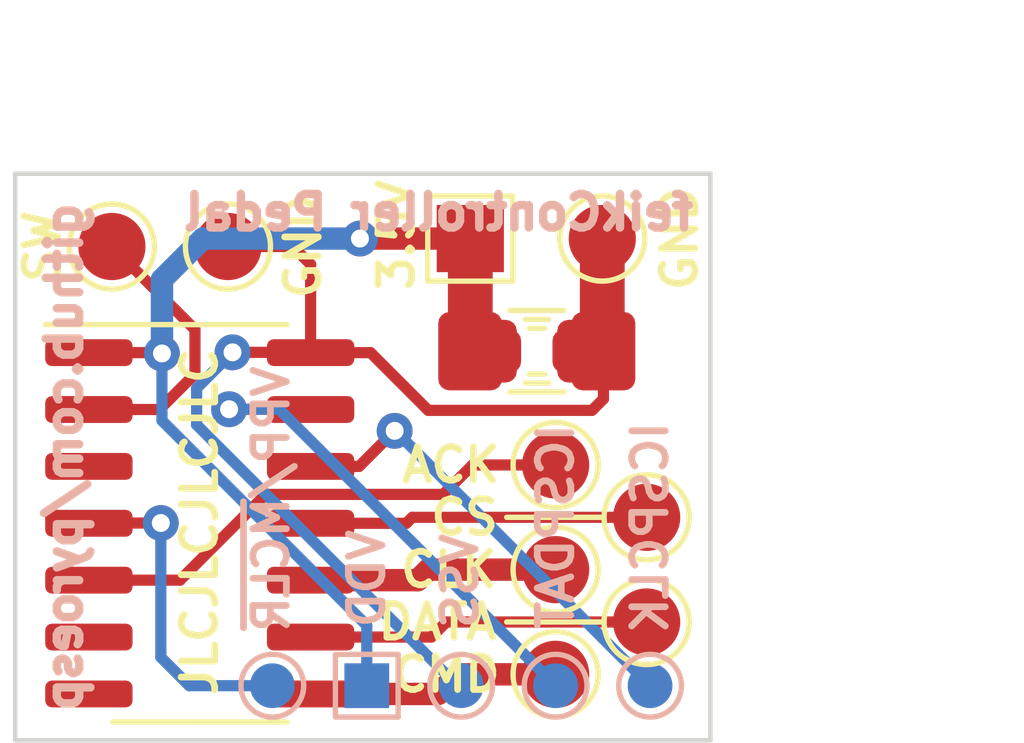
<source format=kicad_pcb>
(kicad_pcb (version 20171130) (host pcbnew "(5.1.8)-1")

  (general
    (thickness 1.6)
    (drawings 11)
    (tracks 67)
    (zones 0)
    (modules 18)
    (nets 15)
  )

  (page A4)
  (layers
    (0 F.Cu signal)
    (31 B.Cu signal)
    (32 B.Adhes user hide)
    (33 F.Adhes user hide)
    (34 B.Paste user hide)
    (35 F.Paste user hide)
    (36 B.SilkS user)
    (37 F.SilkS user)
    (38 B.Mask user hide)
    (39 F.Mask user hide)
    (40 Dwgs.User user hide)
    (41 Cmts.User user)
    (42 Eco1.User user hide)
    (43 Eco2.User user)
    (44 Edge.Cuts user)
    (45 Margin user hide)
    (46 B.CrtYd user hide)
    (47 F.CrtYd user hide)
    (48 B.Fab user hide)
    (49 F.Fab user hide)
  )

  (setup
    (last_trace_width 0.25)
    (user_trace_width 0.5)
    (user_trace_width 0.75)
    (user_trace_width 1)
    (trace_clearance 0.2)
    (zone_clearance 0.508)
    (zone_45_only no)
    (trace_min 0.2)
    (via_size 0.8)
    (via_drill 0.4)
    (via_min_size 0.4)
    (via_min_drill 0.3)
    (uvia_size 0.3)
    (uvia_drill 0.1)
    (uvias_allowed no)
    (uvia_min_size 0.2)
    (uvia_min_drill 0.1)
    (edge_width 0.05)
    (segment_width 0.2)
    (pcb_text_width 0.3)
    (pcb_text_size 1.5 1.5)
    (mod_edge_width 0.12)
    (mod_text_size 1 1)
    (mod_text_width 0.15)
    (pad_size 1.524 1.524)
    (pad_drill 0.762)
    (pad_to_mask_clearance 0)
    (aux_axis_origin 0 0)
    (visible_elements 7FFFFFFF)
    (pcbplotparams
      (layerselection 0x010f0_ffffffff)
      (usegerberextensions false)
      (usegerberattributes true)
      (usegerberadvancedattributes true)
      (creategerberjobfile true)
      (excludeedgelayer true)
      (linewidth 0.100000)
      (plotframeref false)
      (viasonmask false)
      (mode 1)
      (useauxorigin false)
      (hpglpennumber 1)
      (hpglpenspeed 20)
      (hpglpendiameter 15.000000)
      (psnegative false)
      (psa4output false)
      (plotreference true)
      (plotvalue true)
      (plotinvisibletext false)
      (padsonsilk false)
      (subtractmaskfromsilk false)
      (outputformat 1)
      (mirror false)
      (drillshape 0)
      (scaleselection 1)
      (outputdirectory "gerber/"))
  )

  (net 0 "")
  (net 1 GND)
  (net 2 +3V3)
  (net 3 /VPP\~MCLR)
  (net 4 /ICSPDAT)
  (net 5 /ICSPCLK)
  (net 6 /CLK)
  (net 7 /DATA)
  (net 8 /CMD)
  (net 9 /~SS)
  (net 10 /ACK)
  (net 11 /SW)
  (net 12 "Net-(U1-Pad7)")
  (net 13 "Net-(U1-Pad6)")
  (net 14 "Net-(U1-Pad3)")

  (net_class Default "This is the default net class."
    (clearance 0.2)
    (trace_width 0.25)
    (via_dia 0.8)
    (via_drill 0.4)
    (uvia_dia 0.3)
    (uvia_drill 0.1)
    (add_net +3V3)
    (add_net /ACK)
    (add_net /CLK)
    (add_net /CMD)
    (add_net /DATA)
    (add_net /ICSPCLK)
    (add_net /ICSPDAT)
    (add_net /SW)
    (add_net /VPP\~MCLR)
    (add_net /~SS)
    (add_net GND)
    (add_net "Net-(U1-Pad3)")
    (add_net "Net-(U1-Pad6)")
    (add_net "Net-(U1-Pad7)")
  )

  (module Capacitor_SMD:C_0603_1608Metric_Pad1.05x0.95mm_HandSolder (layer F.Cu) (tedit 5B301BBE) (tstamp 5F0202A4)
    (at 178.9795 105.791)
    (descr "Capacitor SMD 0603 (1608 Metric), square (rectangular) end terminal, IPC_7351 nominal with elongated pad for handsoldering. (Body size source: http://www.tortai-tech.com/upload/download/2011102023233369053.pdf), generated with kicad-footprint-generator")
    (tags "capacitor handsolder")
    (path /5DABA497)
    (attr smd)
    (fp_text reference C3 (at 0 -1.43) (layer F.SilkS) hide
      (effects (font (size 1 1) (thickness 0.15)))
    )
    (fp_text value 0.1uF (at 0 1.43) (layer F.Fab)
      (effects (font (size 1 1) (thickness 0.15)))
    )
    (fp_line (start -0.8 0.4) (end -0.8 -0.4) (layer F.Fab) (width 0.1))
    (fp_line (start -0.8 -0.4) (end 0.8 -0.4) (layer F.Fab) (width 0.1))
    (fp_line (start 0.8 -0.4) (end 0.8 0.4) (layer F.Fab) (width 0.1))
    (fp_line (start 0.8 0.4) (end -0.8 0.4) (layer F.Fab) (width 0.1))
    (fp_line (start -0.171267 -0.51) (end 0.171267 -0.51) (layer F.SilkS) (width 0.12))
    (fp_line (start -0.171267 0.51) (end 0.171267 0.51) (layer F.SilkS) (width 0.12))
    (fp_line (start -1.65 0.73) (end -1.65 -0.73) (layer F.CrtYd) (width 0.05))
    (fp_line (start -1.65 -0.73) (end 1.65 -0.73) (layer F.CrtYd) (width 0.05))
    (fp_line (start 1.65 -0.73) (end 1.65 0.73) (layer F.CrtYd) (width 0.05))
    (fp_line (start 1.65 0.73) (end -1.65 0.73) (layer F.CrtYd) (width 0.05))
    (fp_text user %R (at 0 0) (layer F.Fab)
      (effects (font (size 0.4 0.4) (thickness 0.06)))
    )
    (pad 2 smd roundrect (at 0.875 0) (size 1.05 0.95) (layers F.Cu F.Paste F.Mask) (roundrect_rratio 0.25)
      (net 1 GND))
    (pad 1 smd roundrect (at -0.875 0) (size 1.05 0.95) (layers F.Cu F.Paste F.Mask) (roundrect_rratio 0.25)
      (net 2 +3V3))
    (model ${KISYS3DMOD}/Capacitor_SMD.3dshapes/C_0603_1608Metric.wrl
      (at (xyz 0 0 0))
      (scale (xyz 1 1 1))
      (rotate (xyz 0 0 0))
    )
  )

  (module Capacitor_SMD:C_1206_3216Metric_Pad1.42x1.75mm_HandSolder (layer F.Cu) (tedit 5B301BBE) (tstamp 5F01FF55)
    (at 178.9795 105.791)
    (descr "Capacitor SMD 1206 (3216 Metric), square (rectangular) end terminal, IPC_7351 nominal with elongated pad for handsoldering. (Body size source: http://www.tortai-tech.com/upload/download/2011102023233369053.pdf), generated with kicad-footprint-generator")
    (tags "capacitor handsolder")
    (path /5DA2B48A)
    (attr smd)
    (fp_text reference C1 (at 0 -1.82) (layer F.SilkS) hide
      (effects (font (size 1 1) (thickness 0.15)))
    )
    (fp_text value 0.1uF (at 0 1.82) (layer F.Fab)
      (effects (font (size 1 1) (thickness 0.15)))
    )
    (fp_line (start -1.6 0.8) (end -1.6 -0.8) (layer F.Fab) (width 0.1))
    (fp_line (start -1.6 -0.8) (end 1.6 -0.8) (layer F.Fab) (width 0.1))
    (fp_line (start 1.6 -0.8) (end 1.6 0.8) (layer F.Fab) (width 0.1))
    (fp_line (start 1.6 0.8) (end -1.6 0.8) (layer F.Fab) (width 0.1))
    (fp_line (start -0.602064 -0.91) (end 0.602064 -0.91) (layer F.SilkS) (width 0.12))
    (fp_line (start -0.602064 0.91) (end 0.602064 0.91) (layer F.SilkS) (width 0.12))
    (fp_line (start -2.45 1.12) (end -2.45 -1.12) (layer F.CrtYd) (width 0.05))
    (fp_line (start -2.45 -1.12) (end 2.45 -1.12) (layer F.CrtYd) (width 0.05))
    (fp_line (start 2.45 -1.12) (end 2.45 1.12) (layer F.CrtYd) (width 0.05))
    (fp_line (start 2.45 1.12) (end -2.45 1.12) (layer F.CrtYd) (width 0.05))
    (fp_text user %R (at 0 0) (layer F.Fab)
      (effects (font (size 0.8 0.8) (thickness 0.12)))
    )
    (pad 2 smd roundrect (at 1.4875 0) (size 1.425 1.75) (layers F.Cu F.Paste F.Mask) (roundrect_rratio 0.1754385964912281)
      (net 1 GND))
    (pad 1 smd roundrect (at -1.4875 0) (size 1.425 1.75) (layers F.Cu F.Paste F.Mask) (roundrect_rratio 0.1754385964912281)
      (net 2 +3V3))
    (model ${KISYS3DMOD}/Capacitor_SMD.3dshapes/C_1206_3216Metric.wrl
      (at (xyz 0 0 0))
      (scale (xyz 1 1 1))
      (rotate (xyz 0 0 0))
    )
  )

  (module Capacitor_SMD:C_0805_2012Metric_Pad1.15x1.40mm_HandSolder (layer F.Cu) (tedit 5B36C52B) (tstamp 5F020113)
    (at 178.9848 105.791)
    (descr "Capacitor SMD 0805 (2012 Metric), square (rectangular) end terminal, IPC_7351 nominal with elongated pad for handsoldering. (Body size source: https://docs.google.com/spreadsheets/d/1BsfQQcO9C6DZCsRaXUlFlo91Tg2WpOkGARC1WS5S8t0/edit?usp=sharing), generated with kicad-footprint-generator")
    (tags "capacitor handsolder")
    (path /5DA61B3C)
    (attr smd)
    (fp_text reference C2 (at 0 -1.65) (layer F.SilkS) hide
      (effects (font (size 1 1) (thickness 0.15)))
    )
    (fp_text value 0.1uF (at 0 1.65) (layer F.Fab)
      (effects (font (size 1 1) (thickness 0.15)))
    )
    (fp_line (start -1 0.6) (end -1 -0.6) (layer F.Fab) (width 0.1))
    (fp_line (start -1 -0.6) (end 1 -0.6) (layer F.Fab) (width 0.1))
    (fp_line (start 1 -0.6) (end 1 0.6) (layer F.Fab) (width 0.1))
    (fp_line (start 1 0.6) (end -1 0.6) (layer F.Fab) (width 0.1))
    (fp_line (start -0.261252 -0.71) (end 0.261252 -0.71) (layer F.SilkS) (width 0.12))
    (fp_line (start -0.261252 0.71) (end 0.261252 0.71) (layer F.SilkS) (width 0.12))
    (fp_line (start -1.85 0.95) (end -1.85 -0.95) (layer F.CrtYd) (width 0.05))
    (fp_line (start -1.85 -0.95) (end 1.85 -0.95) (layer F.CrtYd) (width 0.05))
    (fp_line (start 1.85 -0.95) (end 1.85 0.95) (layer F.CrtYd) (width 0.05))
    (fp_line (start 1.85 0.95) (end -1.85 0.95) (layer F.CrtYd) (width 0.05))
    (fp_text user %R (at 0 0) (layer F.Fab)
      (effects (font (size 0.5 0.5) (thickness 0.08)))
    )
    (pad 2 smd roundrect (at 1.025 0) (size 1.15 1.4) (layers F.Cu F.Paste F.Mask) (roundrect_rratio 0.2173904347826087)
      (net 1 GND))
    (pad 1 smd roundrect (at -1.025 0) (size 1.15 1.4) (layers F.Cu F.Paste F.Mask) (roundrect_rratio 0.2173904347826087)
      (net 2 +3V3))
    (model ${KISYS3DMOD}/Capacitor_SMD.3dshapes/C_0805_2012Metric.wrl
      (at (xyz 0 0 0))
      (scale (xyz 1 1 1))
      (rotate (xyz 0 0 0))
    )
  )

  (module Package_SO:SOIC-14_3.9x8.7mm_P1.27mm (layer F.Cu) (tedit 5D9F72B1) (tstamp 5F020013)
    (at 171.4554 109.6328)
    (descr "SOIC, 14 Pin (JEDEC MS-012AB, https://www.analog.com/media/en/package-pcb-resources/package/pkg_pdf/soic_narrow-r/r_14.pdf), generated with kicad-footprint-generator ipc_gullwing_generator.py")
    (tags "SOIC SO")
    (path /5F01EC79)
    (attr smd)
    (fp_text reference U1 (at -0.0562 -1.4288) (layer F.SilkS) hide
      (effects (font (size 1 1) (thickness 0.15)))
    )
    (fp_text value PIC16F18325-ISL (at 0 5.28) (layer F.Fab)
      (effects (font (size 1 1) (thickness 0.15)))
    )
    (fp_line (start 0 4.435) (end 1.95 4.435) (layer F.SilkS) (width 0.12))
    (fp_line (start 0 4.435) (end -1.95 4.435) (layer F.SilkS) (width 0.12))
    (fp_line (start 0 -4.435) (end 1.95 -4.435) (layer F.SilkS) (width 0.12))
    (fp_line (start 0 -4.435) (end -3.45 -4.435) (layer F.SilkS) (width 0.12))
    (fp_line (start -0.975 -4.325) (end 1.95 -4.325) (layer F.Fab) (width 0.1))
    (fp_line (start 1.95 -4.325) (end 1.95 4.325) (layer F.Fab) (width 0.1))
    (fp_line (start 1.95 4.325) (end -1.95 4.325) (layer F.Fab) (width 0.1))
    (fp_line (start -1.95 4.325) (end -1.95 -3.35) (layer F.Fab) (width 0.1))
    (fp_line (start -1.95 -3.35) (end -0.975 -4.325) (layer F.Fab) (width 0.1))
    (fp_line (start -3.7 -4.58) (end -3.7 4.58) (layer F.CrtYd) (width 0.05))
    (fp_line (start -3.7 4.58) (end 3.7 4.58) (layer F.CrtYd) (width 0.05))
    (fp_line (start 3.7 4.58) (end 3.7 -4.58) (layer F.CrtYd) (width 0.05))
    (fp_line (start 3.7 -4.58) (end -3.7 -4.58) (layer F.CrtYd) (width 0.05))
    (fp_text user %R (at 0 0) (layer F.Fab)
      (effects (font (size 0.98 0.98) (thickness 0.15)))
    )
    (pad 14 smd roundrect (at 2.475 -3.81) (size 1.95 0.6) (layers F.Cu F.Paste F.Mask) (roundrect_rratio 0.25)
      (net 1 GND))
    (pad 13 smd roundrect (at 2.475 -2.54) (size 1.95 0.6) (layers F.Cu F.Paste F.Mask) (roundrect_rratio 0.25)
      (net 4 /ICSPDAT))
    (pad 12 smd roundrect (at 2.475 -1.27) (size 1.95 0.6) (layers F.Cu F.Paste F.Mask) (roundrect_rratio 0.25)
      (net 5 /ICSPCLK))
    (pad 11 smd roundrect (at 2.475 0) (size 1.95 0.6) (layers F.Cu F.Paste F.Mask) (roundrect_rratio 0.25)
      (net 9 /~SS))
    (pad 10 smd roundrect (at 2.475 1.27) (size 1.95 0.6) (layers F.Cu F.Paste F.Mask) (roundrect_rratio 0.25)
      (net 6 /CLK))
    (pad 9 smd roundrect (at 2.475 2.54) (size 1.95 0.6) (layers F.Cu F.Paste F.Mask) (roundrect_rratio 0.25)
      (net 7 /DATA))
    (pad 8 smd roundrect (at 2.475 3.81) (size 1.95 0.6) (layers F.Cu F.Paste F.Mask) (roundrect_rratio 0.25)
      (net 8 /CMD))
    (pad 7 smd roundrect (at -2.475 3.81) (size 1.95 0.6) (layers F.Cu F.Paste F.Mask) (roundrect_rratio 0.25)
      (net 12 "Net-(U1-Pad7)"))
    (pad 6 smd roundrect (at -2.475 2.54) (size 1.95 0.6) (layers F.Cu F.Paste F.Mask) (roundrect_rratio 0.25)
      (net 13 "Net-(U1-Pad6)"))
    (pad 5 smd roundrect (at -2.475 1.27) (size 1.95 0.6) (layers F.Cu F.Paste F.Mask) (roundrect_rratio 0.25)
      (net 10 /ACK))
    (pad 4 smd roundrect (at -2.475 0) (size 1.95 0.6) (layers F.Cu F.Paste F.Mask) (roundrect_rratio 0.25)
      (net 3 /VPP\~MCLR))
    (pad 3 smd roundrect (at -2.475 -1.27) (size 1.95 0.6) (layers F.Cu F.Paste F.Mask) (roundrect_rratio 0.25)
      (net 14 "Net-(U1-Pad3)"))
    (pad 2 smd roundrect (at -2.475 -2.54) (size 1.95 0.6) (layers F.Cu F.Paste F.Mask) (roundrect_rratio 0.25)
      (net 11 /SW))
    (pad 1 smd roundrect (at -2.475 -3.81) (size 1.95 0.6) (layers F.Cu F.Paste F.Mask) (roundrect_rratio 0.25)
      (net 2 +3V3))
    (model ${KISYS3DMOD}/Package_SO.3dshapes/SOIC-14_3.9x8.7mm_P1.27mm.wrl
      (at (xyz 0 0 0))
      (scale (xyz 1 1 1))
      (rotate (xyz 0 0 0))
    )
  )

  (module TestPoint:TestPoint_Pad_D1.5mm (layer F.Cu) (tedit 5A0F774F) (tstamp 5F022F6B)
    (at 172.085 103.4542 90)
    (descr "SMD pad as test Point, diameter 1.5mm")
    (tags "test point SMD pad")
    (path /5F04C808)
    (attr virtual)
    (fp_text reference GND (at 0 1.6764 90) (layer F.SilkS)
      (effects (font (size 0.75 0.75) (thickness 0.15)))
    )
    (fp_text value TestPoint (at 0 1.75 90) (layer F.Fab)
      (effects (font (size 1 1) (thickness 0.15)))
    )
    (fp_circle (center 0 0) (end 1.25 0) (layer F.CrtYd) (width 0.05))
    (fp_circle (center 0 0) (end 0 0.95) (layer F.SilkS) (width 0.12))
    (fp_text user %R (at 0 -1.65 90) (layer F.Fab)
      (effects (font (size 1 1) (thickness 0.15)))
    )
    (pad 1 smd circle (at 0 0 90) (size 1.5 1.5) (layers F.Cu F.Mask)
      (net 1 GND))
  )

  (module TestPoint:TestPoint_Pad_D1.5mm (layer F.Cu) (tedit 5A0F774F) (tstamp 5F022A69)
    (at 169.4942 103.4542 90)
    (descr "SMD pad as test Point, diameter 1.5mm")
    (tags "test point SMD pad")
    (path /5F04A345)
    (attr virtual)
    (fp_text reference SW (at 0 -1.5494 90) (layer F.SilkS)
      (effects (font (size 0.75 0.75) (thickness 0.15)))
    )
    (fp_text value TestPoint (at 0 1.75 90) (layer F.Fab)
      (effects (font (size 1 1) (thickness 0.15)))
    )
    (fp_circle (center 0 0) (end 1.25 0) (layer F.CrtYd) (width 0.05))
    (fp_circle (center 0 0) (end 0 0.95) (layer F.SilkS) (width 0.12))
    (fp_text user %R (at 0 -1.65 90) (layer F.Fab)
      (effects (font (size 1 1) (thickness 0.15)))
    )
    (pad 1 smd circle (at 0 0 90) (size 1.5 1.5) (layers F.Cu F.Mask)
      (net 11 /SW))
  )

  (module TestPoint:TestPoint_Pad_1.5x1.5mm (layer F.Cu) (tedit 5A0F774F) (tstamp 5F0204D7)
    (at 177.4952 103.2764 180)
    (descr "SMD rectangular pad as test Point, square 1.5mm side length")
    (tags "test point SMD pad rectangle square")
    (path /5DA9C9E5)
    (attr virtual)
    (fp_text reference 3.5V (at 1.651 0.0762 90) (layer F.SilkS)
      (effects (font (size 0.75 0.75) (thickness 0.15)))
    )
    (fp_text value TestPoint (at 0 1.75) (layer F.Fab)
      (effects (font (size 1 1) (thickness 0.15)))
    )
    (fp_line (start -0.95 -0.95) (end 0.95 -0.95) (layer F.SilkS) (width 0.12))
    (fp_line (start 0.95 -0.95) (end 0.95 0.95) (layer F.SilkS) (width 0.12))
    (fp_line (start 0.95 0.95) (end -0.95 0.95) (layer F.SilkS) (width 0.12))
    (fp_line (start -0.95 0.95) (end -0.95 -0.95) (layer F.SilkS) (width 0.12))
    (fp_line (start -1.25 -1.25) (end 1.25 -1.25) (layer F.CrtYd) (width 0.05))
    (fp_line (start -1.25 -1.25) (end -1.25 1.25) (layer F.CrtYd) (width 0.05))
    (fp_line (start 1.25 1.25) (end 1.25 -1.25) (layer F.CrtYd) (width 0.05))
    (fp_line (start 1.25 1.25) (end -1.25 1.25) (layer F.CrtYd) (width 0.05))
    (fp_text user %R (at 0 -1.65) (layer F.Fab)
      (effects (font (size 1 1) (thickness 0.15)))
    )
    (pad 1 smd rect (at 0 0 180) (size 1.5 1.5) (layers F.Cu F.Mask)
      (net 2 +3V3))
  )

  (module TestPoint:TestPoint_Pad_D1.5mm (layer F.Cu) (tedit 5A0F774F) (tstamp 5F01FFD5)
    (at 180.4416 103.2764)
    (descr "SMD pad as test Point, diameter 1.5mm")
    (tags "test point SMD pad")
    (path /5DA9D15C)
    (attr virtual)
    (fp_text reference GND (at 1.7272 0 90) (layer F.SilkS)
      (effects (font (size 0.75 0.75) (thickness 0.15)))
    )
    (fp_text value TestPoint (at 0 1.75) (layer F.Fab)
      (effects (font (size 1 1) (thickness 0.15)))
    )
    (fp_circle (center 0 0) (end 1.25 0) (layer F.CrtYd) (width 0.05))
    (fp_circle (center 0 0) (end 0 0.95) (layer F.SilkS) (width 0.12))
    (fp_text user %R (at 0 -1.65) (layer F.Fab)
      (effects (font (size 1 1) (thickness 0.15)))
    )
    (pad 1 smd circle (at 0 0) (size 1.5 1.5) (layers F.Cu F.Mask)
      (net 1 GND))
  )

  (module TestPoint:TestPoint_Pad_D1.5mm (layer F.Cu) (tedit 5A0F774F) (tstamp 5F02252A)
    (at 179.4002 108.331)
    (descr "SMD pad as test Point, diameter 1.5mm")
    (tags "test point SMD pad")
    (path /5DAA834D)
    (attr virtual)
    (fp_text reference ACK (at -2.3368 0 180) (layer F.SilkS)
      (effects (font (size 0.75 0.75) (thickness 0.15)))
    )
    (fp_text value TestPoint (at 0 1.75) (layer F.Fab)
      (effects (font (size 1 1) (thickness 0.15)))
    )
    (fp_circle (center 0 0) (end 1.25 0) (layer F.CrtYd) (width 0.05))
    (fp_circle (center 0 0) (end 0 0.95) (layer F.SilkS) (width 0.12))
    (fp_text user %R (at 0 -1.65) (layer F.Fab)
      (effects (font (size 1 1) (thickness 0.15)))
    )
    (pad 1 smd circle (at 0 0) (size 1.5 1.5) (layers F.Cu F.Mask)
      (net 10 /ACK))
  )

  (module TestPoint:TestPoint_Pad_D1.5mm (layer F.Cu) (tedit 5A0F774F) (tstamp 5F02235B)
    (at 181.4322 109.4994)
    (descr "SMD pad as test Point, diameter 1.5mm")
    (tags "test point SMD pad")
    (path /5DA61652)
    (attr virtual)
    (fp_text reference CS (at -4.064 0) (layer F.SilkS)
      (effects (font (size 0.75 0.75) (thickness 0.15)))
    )
    (fp_text value TestPoint (at 0 1.75) (layer F.Fab)
      (effects (font (size 1 1) (thickness 0.15)))
    )
    (fp_circle (center 0 0) (end 1.25 0) (layer F.CrtYd) (width 0.05))
    (fp_circle (center 0 0) (end 0 0.95) (layer F.SilkS) (width 0.12))
    (fp_text user %R (at 0 -1.65) (layer F.Fab)
      (effects (font (size 1 1) (thickness 0.15)))
    )
    (pad 1 smd circle (at 0 0) (size 1.5 1.5) (layers F.Cu F.Mask)
      (net 9 /~SS))
  )

  (module TestPoint:TestPoint_Pad_D1.5mm (layer F.Cu) (tedit 5A0F774F) (tstamp 5F022346)
    (at 179.4002 113.0046)
    (descr "SMD pad as test Point, diameter 1.5mm")
    (tags "test point SMD pad")
    (path /5DA614DB)
    (attr virtual)
    (fp_text reference CMD (at -2.4384 0 180) (layer F.SilkS)
      (effects (font (size 0.75 0.75) (thickness 0.15)))
    )
    (fp_text value TestPoint (at 0 1.75) (layer F.Fab)
      (effects (font (size 1 1) (thickness 0.15)))
    )
    (fp_circle (center 0 0) (end 1.25 0) (layer F.CrtYd) (width 0.05))
    (fp_circle (center 0 0) (end 0 0.95) (layer F.SilkS) (width 0.12))
    (fp_text user %R (at 0 -1.65) (layer F.Fab)
      (effects (font (size 1 1) (thickness 0.15)))
    )
    (pad 1 smd circle (at 0 0) (size 1.5 1.5) (layers F.Cu F.Mask)
      (net 8 /CMD))
  )

  (module TestPoint:TestPoint_Pad_D1.5mm (layer F.Cu) (tedit 5A0F774F) (tstamp 5F02231C)
    (at 181.4322 111.8362)
    (descr "SMD pad as test Point, diameter 1.5mm")
    (tags "test point SMD pad")
    (path /5DA57C68)
    (attr virtual)
    (fp_text reference DATA (at -4.6736 0 180) (layer F.SilkS)
      (effects (font (size 0.75 0.75) (thickness 0.15)))
    )
    (fp_text value TestPoint (at 0 1.75) (layer F.Fab)
      (effects (font (size 1 1) (thickness 0.15)))
    )
    (fp_circle (center 0 0) (end 1.25 0) (layer F.CrtYd) (width 0.05))
    (fp_circle (center 0 0) (end 0 0.95) (layer F.SilkS) (width 0.12))
    (fp_text user %R (at 0 -1.65) (layer F.Fab)
      (effects (font (size 1 1) (thickness 0.15)))
    )
    (pad 1 smd circle (at 0 0) (size 1.5 1.5) (layers F.Cu F.Mask)
      (net 7 /DATA))
  )

  (module TestPoint:TestPoint_Pad_D1.5mm (layer F.Cu) (tedit 5A0F774F) (tstamp 5F022370)
    (at 179.4002 110.6678)
    (descr "SMD pad as test Point, diameter 1.5mm")
    (tags "test point SMD pad")
    (path /5DA57006)
    (attr virtual)
    (fp_text reference CLK (at -2.3876 0 180) (layer F.SilkS)
      (effects (font (size 0.75 0.75) (thickness 0.15)))
    )
    (fp_text value TestPoint (at 0 1.75) (layer F.Fab)
      (effects (font (size 1 1) (thickness 0.15)))
    )
    (fp_circle (center 0 0) (end 1.25 0) (layer F.CrtYd) (width 0.05))
    (fp_circle (center 0 0) (end 0 0.95) (layer F.SilkS) (width 0.12))
    (fp_text user %R (at 0 -1.65) (layer F.Fab)
      (effects (font (size 1 1) (thickness 0.15)))
    )
    (pad 1 smd circle (at 0 0) (size 1.5 1.5) (layers F.Cu F.Mask)
      (net 6 /CLK))
  )

  (module TestPoint:TestPoint_Pad_D1.0mm (layer B.Cu) (tedit 5A0F774F) (tstamp 5F01FFA5)
    (at 181.5084 113.2586 180)
    (descr "SMD pad as test Point, diameter 1.0mm")
    (tags "test point SMD pad")
    (path /5DA652EB)
    (attr virtual)
    (fp_text reference ICSPCLK (at 0 3.5306 270) (layer B.SilkS)
      (effects (font (size 0.75 0.75) (thickness 0.15)) (justify mirror))
    )
    (fp_text value TestPoint (at 0 -1.55) (layer B.Fab)
      (effects (font (size 1 1) (thickness 0.15)) (justify mirror))
    )
    (fp_circle (center 0 0) (end 1 0) (layer B.CrtYd) (width 0.05))
    (fp_circle (center 0 0) (end 0 -0.7) (layer B.SilkS) (width 0.12))
    (fp_text user %R (at 0 1.45) (layer B.Fab)
      (effects (font (size 1 1) (thickness 0.15)) (justify mirror))
    )
    (pad 1 smd circle (at 0 0 180) (size 1 1) (layers B.Cu B.Mask)
      (net 5 /ICSPCLK))
  )

  (module TestPoint:TestPoint_Pad_D1.0mm (layer B.Cu) (tedit 5A0F774F) (tstamp 5F01FF9D)
    (at 179.4002 113.2586 180)
    (descr "SMD pad as test Point, diameter 1.0mm")
    (tags "test point SMD pad")
    (path /5DA65166)
    (attr virtual)
    (fp_text reference ICSPDAT (at 0 3.556 270) (layer B.SilkS)
      (effects (font (size 0.75 0.75) (thickness 0.15)) (justify mirror))
    )
    (fp_text value TestPoint (at 0 -1.55) (layer B.Fab)
      (effects (font (size 1 1) (thickness 0.15)) (justify mirror))
    )
    (fp_circle (center 0 0) (end 1 0) (layer B.CrtYd) (width 0.05))
    (fp_circle (center 0 0) (end 0 -0.7) (layer B.SilkS) (width 0.12))
    (fp_text user %R (at 0 1.45) (layer B.Fab)
      (effects (font (size 1 1) (thickness 0.15)) (justify mirror))
    )
    (pad 1 smd circle (at 0 0 180) (size 1 1) (layers B.Cu B.Mask)
      (net 4 /ICSPDAT))
  )

  (module TestPoint:TestPoint_Pad_D1.0mm (layer B.Cu) (tedit 5A0F774F) (tstamp 5F01FF95)
    (at 177.292 113.2586 180)
    (descr "SMD pad as test Point, diameter 1.0mm")
    (tags "test point SMD pad")
    (path /5DA656B7)
    (attr virtual)
    (fp_text reference VSS (at 0.0254 2.3368 270) (layer B.SilkS)
      (effects (font (size 0.75 0.75) (thickness 0.15)) (justify mirror))
    )
    (fp_text value TestPoint (at 0 -1.55) (layer B.Fab)
      (effects (font (size 1 1) (thickness 0.15)) (justify mirror))
    )
    (fp_circle (center 0 0) (end 1 0) (layer B.CrtYd) (width 0.05))
    (fp_circle (center 0 0) (end 0 -0.7) (layer B.SilkS) (width 0.12))
    (fp_text user %R (at 0 1.45) (layer B.Fab)
      (effects (font (size 1 1) (thickness 0.15)) (justify mirror))
    )
    (pad 1 smd circle (at 0 0 180) (size 1 1) (layers B.Cu B.Mask)
      (net 1 GND))
  )

  (module TestPoint:TestPoint_Pad_1.0x1.0mm (layer B.Cu) (tedit 5A0F774F) (tstamp 5F01FF8D)
    (at 175.1838 113.2586 180)
    (descr "SMD rectangular pad as test Point, square 1.0mm side length")
    (tags "test point SMD pad rectangle square")
    (path /5DA6550A)
    (attr virtual)
    (fp_text reference VDD (at 0 2.3876 270) (layer B.SilkS)
      (effects (font (size 0.75 0.75) (thickness 0.15)) (justify mirror))
    )
    (fp_text value TestPoint (at 0 -1.55) (layer B.Fab)
      (effects (font (size 1 1) (thickness 0.15)) (justify mirror))
    )
    (fp_line (start -0.7 0.7) (end 0.7 0.7) (layer B.SilkS) (width 0.12))
    (fp_line (start 0.7 0.7) (end 0.7 -0.7) (layer B.SilkS) (width 0.12))
    (fp_line (start 0.7 -0.7) (end -0.7 -0.7) (layer B.SilkS) (width 0.12))
    (fp_line (start -0.7 -0.7) (end -0.7 0.7) (layer B.SilkS) (width 0.12))
    (fp_line (start -1 1) (end 1 1) (layer B.CrtYd) (width 0.05))
    (fp_line (start -1 1) (end -1 -1) (layer B.CrtYd) (width 0.05))
    (fp_line (start 1 -1) (end 1 1) (layer B.CrtYd) (width 0.05))
    (fp_line (start 1 -1) (end -1 -1) (layer B.CrtYd) (width 0.05))
    (fp_text user %R (at 0 1.45) (layer B.Fab)
      (effects (font (size 1 1) (thickness 0.15)) (justify mirror))
    )
    (pad 1 smd rect (at 0 0 180) (size 1 1) (layers B.Cu B.Mask)
      (net 2 +3V3))
  )

  (module TestPoint:TestPoint_Pad_D1.0mm (layer B.Cu) (tedit 5A0F774F) (tstamp 5F01FF7F)
    (at 173.0756 113.2586 180)
    (descr "SMD pad as test Point, diameter 1.0mm")
    (tags "test point SMD pad")
    (path /5DA646D5)
    (attr virtual)
    (fp_text reference VPP/~MCLR (at 0.0254 4.1656 270) (layer B.SilkS)
      (effects (font (size 0.75 0.75) (thickness 0.15)) (justify mirror))
    )
    (fp_text value TestPoint (at 0 -1.55) (layer B.Fab)
      (effects (font (size 1 1) (thickness 0.15)) (justify mirror))
    )
    (fp_circle (center 0 0) (end 1 0) (layer B.CrtYd) (width 0.05))
    (fp_circle (center 0 0) (end 0 -0.7) (layer B.SilkS) (width 0.12))
    (fp_text user %R (at 0 1.45) (layer B.Fab)
      (effects (font (size 1 1) (thickness 0.15)) (justify mirror))
    )
    (pad 1 smd circle (at 0 0 180) (size 1 1) (layers B.Cu B.Mask)
      (net 3 /VPP\~MCLR))
  )

  (gr_line (start 178.308 111.8362) (end 180.4162 111.8362) (layer F.SilkS) (width 0.12) (tstamp 5F022310))
  (gr_line (start 178.308 109.4994) (end 180.4416 109.4994) (layer F.SilkS) (width 0.12) (tstamp 5F022313))
  (gr_text github.com/pyroesp (at 168.4274 108.1532 90) (layer B.SilkS) (tstamp 5F01FF54)
    (effects (font (size 0.75 0.75) (thickness 0.1875)) (justify mirror))
  )
  (gr_text "feikController Pedal" (at 176.784 102.6922) (layer B.SilkS) (tstamp 5F01FF40)
    (effects (font (size 0.75 0.75) (thickness 0.1875)) (justify mirror))
  )
  (dimension 15.5194 (width 0.15) (layer Cmts.User)
    (gr_text "15.519 mm" (at 175.0949 98.649) (layer Cmts.User)
      (effects (font (size 1 1) (thickness 0.15)))
    )
    (feature1 (pts (xy 182.8546 101.8286) (xy 182.8546 99.362579)))
    (feature2 (pts (xy 167.3352 101.8286) (xy 167.3352 99.362579)))
    (crossbar (pts (xy 167.3352 99.949) (xy 182.8546 99.949)))
    (arrow1a (pts (xy 182.8546 99.949) (xy 181.728096 99.362579)))
    (arrow1b (pts (xy 182.8546 99.949) (xy 181.728096 100.535421)))
    (arrow2a (pts (xy 167.3352 99.949) (xy 168.461704 99.362579)))
    (arrow2b (pts (xy 167.3352 99.949) (xy 168.461704 100.535421)))
  )
  (dimension 12.6492 (width 0.15) (layer Cmts.User) (tstamp 5F02230B)
    (gr_text "12.649 mm" (at 188.498 108.1532 90) (layer Cmts.User) (tstamp 5F02230B)
      (effects (font (size 1 1) (thickness 0.15)))
    )
    (feature1 (pts (xy 182.8546 101.8286) (xy 187.784421 101.8286)))
    (feature2 (pts (xy 182.8546 114.4778) (xy 187.784421 114.4778)))
    (crossbar (pts (xy 187.198 114.4778) (xy 187.198 101.8286)))
    (arrow1a (pts (xy 187.198 101.8286) (xy 187.784421 102.955104)))
    (arrow1b (pts (xy 187.198 101.8286) (xy 186.611579 102.955104)))
    (arrow2a (pts (xy 187.198 114.4778) (xy 187.784421 113.351296)))
    (arrow2b (pts (xy 187.198 114.4778) (xy 186.611579 113.351296)))
  )
  (gr_line (start 182.8546 101.8286) (end 182.8546 114.4778) (layer Edge.Cuts) (width 0.1))
  (gr_line (start 167.3352 101.8286) (end 182.8546 101.8286) (layer Edge.Cuts) (width 0.1))
  (gr_line (start 167.3352 114.4778) (end 167.3352 101.8286) (layer Edge.Cuts) (width 0.1))
  (gr_line (start 182.8546 114.4778) (end 167.3352 114.4778) (layer Edge.Cuts) (width 0.1))
  (gr_text JLCJLCJLCJLC (at 171.45 109.601 90) (layer F.SilkS) (tstamp 5F01F76E)
    (effects (font (size 0.75 0.75) (thickness 0.15)))
  )

  (segment (start 180.4416 105.7656) (end 180.467 105.791) (width 1) (layer F.Cu) (net 1))
  (segment (start 180.4416 103.2764) (end 180.4416 105.7656) (width 1) (layer F.Cu) (net 1))
  (segment (start 173.9304 105.8228) (end 173.9304 103.8518) (width 0.25) (layer F.Cu) (net 1))
  (segment (start 173.5328 103.4542) (end 172.085 103.4542) (width 0.25) (layer F.Cu) (net 1))
  (segment (start 173.9304 103.8518) (end 173.5328 103.4542) (width 0.25) (layer F.Cu) (net 1))
  (via (at 172.1866 105.8164) (size 0.8) (drill 0.4) (layers F.Cu B.Cu) (net 1))
  (segment (start 177.292 113.2586) (end 177.209598 113.2586) (width 0.25) (layer B.Cu) (net 1))
  (segment (start 171.385399 106.617601) (end 172.1866 105.8164) (width 0.25) (layer B.Cu) (net 1))
  (segment (start 171.385399 107.434401) (end 171.385399 106.617601) (width 0.25) (layer B.Cu) (net 1))
  (segment (start 177.209598 113.2586) (end 171.385399 107.434401) (width 0.25) (layer B.Cu) (net 1))
  (segment (start 173.924 105.8164) (end 173.9304 105.8228) (width 0.25) (layer F.Cu) (net 1))
  (segment (start 172.1866 105.8164) (end 173.924 105.8164) (width 0.25) (layer F.Cu) (net 1))
  (segment (start 173.9304 105.8228) (end 175.2664 105.8228) (width 0.25) (layer F.Cu) (net 1))
  (segment (start 175.2664 105.8228) (end 176.5554 107.1118) (width 0.25) (layer F.Cu) (net 1))
  (segment (start 176.5554 107.1118) (end 180.213 107.1118) (width 0.25) (layer F.Cu) (net 1))
  (segment (start 180.213 107.1118) (end 180.467 106.8578) (width 0.25) (layer F.Cu) (net 1))
  (segment (start 180.467 106.8578) (end 180.467 105.791) (width 0.25) (layer F.Cu) (net 1))
  (segment (start 177.4952 105.7878) (end 177.492 105.791) (width 1) (layer F.Cu) (net 2))
  (segment (start 177.4952 103.2764) (end 177.4952 105.7878) (width 1) (layer F.Cu) (net 2))
  (via (at 170.6118 105.8418) (size 0.8) (drill 0.4) (layers F.Cu B.Cu) (net 2))
  (segment (start 168.9804 105.8228) (end 170.5928 105.8228) (width 0.25) (layer F.Cu) (net 2))
  (segment (start 170.5928 105.8228) (end 170.6118 105.8418) (width 0.25) (layer F.Cu) (net 2))
  (via (at 175.0314 103.2764) (size 0.8) (drill 0.4) (layers F.Cu B.Cu) (net 2))
  (segment (start 175.0314 103.2764) (end 177.4952 103.2764) (width 0.5) (layer F.Cu) (net 2))
  (segment (start 170.6118 105.8418) (end 170.6118 104.1908) (width 0.5) (layer B.Cu) (net 2))
  (segment (start 171.5262 103.2764) (end 175.0314 103.2764) (width 0.5) (layer B.Cu) (net 2))
  (segment (start 170.6118 104.1908) (end 171.5262 103.2764) (width 0.5) (layer B.Cu) (net 2))
  (segment (start 175.1838 113.2586) (end 175.1838 111.9124) (width 0.25) (layer B.Cu) (net 2))
  (segment (start 175.1838 111.9124) (end 170.6118 107.3404) (width 0.25) (layer B.Cu) (net 2))
  (segment (start 170.6118 107.3404) (end 170.6118 105.8418) (width 0.25) (layer B.Cu) (net 2))
  (segment (start 173.0756 113.2586) (end 171.2214 113.2586) (width 0.25) (layer B.Cu) (net 3))
  (via (at 170.5864 109.6264) (size 0.8) (drill 0.4) (layers F.Cu B.Cu) (net 3))
  (segment (start 171.2214 113.2586) (end 170.5864 112.6236) (width 0.25) (layer B.Cu) (net 3))
  (segment (start 170.5864 112.6236) (end 170.5864 109.6264) (width 0.25) (layer B.Cu) (net 3))
  (segment (start 168.9868 109.6264) (end 168.9804 109.6328) (width 0.25) (layer F.Cu) (net 3))
  (segment (start 170.5864 109.6264) (end 168.9868 109.6264) (width 0.25) (layer F.Cu) (net 3))
  (segment (start 179.4002 113.2586) (end 173.228 107.0864) (width 0.25) (layer B.Cu) (net 4))
  (segment (start 173.228 107.0864) (end 172.1104 107.0864) (width 0.25) (layer B.Cu) (net 4))
  (segment (start 173.924 107.0864) (end 173.9304 107.0928) (width 0.25) (layer F.Cu) (net 4))
  (segment (start 172.1104 107.0864) (end 173.924 107.0864) (width 0.25) (layer F.Cu) (net 4))
  (via (at 172.1104 107.0864) (size 0.8) (drill 0.4) (layers F.Cu B.Cu) (net 4))
  (via (at 175.8061 107.569002) (size 0.8) (drill 0.4) (layers F.Cu B.Cu) (net 5))
  (segment (start 181.5084 113.2586) (end 175.818802 107.569002) (width 0.25) (layer B.Cu) (net 5))
  (segment (start 175.818802 107.569002) (end 175.8061 107.569002) (width 0.25) (layer B.Cu) (net 5))
  (segment (start 173.9304 108.3628) (end 175.012302 108.3628) (width 0.25) (layer F.Cu) (net 5))
  (segment (start 175.012302 108.3628) (end 175.8061 107.569002) (width 0.25) (layer F.Cu) (net 5))
  (segment (start 179.4002 110.6678) (end 176.5554 110.6678) (width 0.5) (layer F.Cu) (net 6))
  (segment (start 176.3204 110.9028) (end 173.9304 110.9028) (width 0.5) (layer F.Cu) (net 6))
  (segment (start 176.5554 110.6678) (end 176.3204 110.9028) (width 0.5) (layer F.Cu) (net 6))
  (segment (start 181.4322 111.8362) (end 176.9618 111.8362) (width 0.25) (layer F.Cu) (net 7))
  (segment (start 176.6252 112.1728) (end 173.9304 112.1728) (width 0.25) (layer F.Cu) (net 7))
  (segment (start 176.9618 111.8362) (end 176.6252 112.1728) (width 0.25) (layer F.Cu) (net 7))
  (segment (start 179.4002 113.0046) (end 177.2158 113.0046) (width 0.5) (layer F.Cu) (net 8))
  (segment (start 176.7776 113.4428) (end 173.9304 113.4428) (width 0.5) (layer F.Cu) (net 8))
  (segment (start 177.2158 113.0046) (end 176.7776 113.4428) (width 0.5) (layer F.Cu) (net 8))
  (segment (start 181.4322 109.4994) (end 176.1998 109.4994) (width 0.25) (layer F.Cu) (net 9))
  (segment (start 176.0664 109.6328) (end 173.9304 109.6328) (width 0.25) (layer F.Cu) (net 9))
  (segment (start 176.1998 109.4994) (end 176.0664 109.6328) (width 0.25) (layer F.Cu) (net 9))
  (segment (start 172.928622 108.98781) (end 176.88919 108.98781) (width 0.25) (layer F.Cu) (net 10))
  (segment (start 168.9804 110.9028) (end 171.013632 110.9028) (width 0.25) (layer F.Cu) (net 10))
  (segment (start 171.013632 110.9028) (end 172.928622 108.98781) (width 0.25) (layer F.Cu) (net 10))
  (segment (start 177.546 108.331) (end 179.4002 108.331) (width 0.25) (layer F.Cu) (net 10))
  (segment (start 176.88919 108.98781) (end 177.546 108.331) (width 0.25) (layer F.Cu) (net 10))
  (segment (start 171.3484 106.299) (end 171.3484 105.3084) (width 0.25) (layer F.Cu) (net 11))
  (segment (start 168.9804 107.0928) (end 170.5546 107.0928) (width 0.25) (layer F.Cu) (net 11))
  (segment (start 171.3484 105.3084) (end 169.4942 103.4542) (width 0.25) (layer F.Cu) (net 11))
  (segment (start 170.5546 107.0928) (end 171.3484 106.299) (width 0.25) (layer F.Cu) (net 11))

)

</source>
